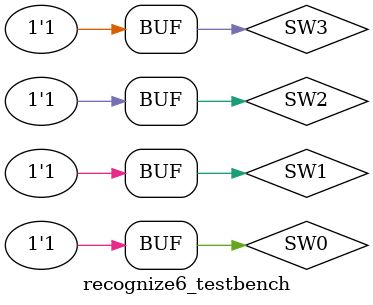
<source format=sv>
module recognize6 (LEDvalue, SW3, SW2, SW1, SW0);
	input SW3, SW2, SW1, SW0;
	output LEDvalue;
	
	assign LEDvalue = SW2*SW1*(~SW3)*(~SW0);
endmodule

module recognize6_testbench();
	reg SW3, SW2, SW1, SW0;
	wire LEDvalue;
	
	recognize6 dut (.LEDvalue, .SW3, .SW2, .SW1, .SW0);
	
	initial begin
		SW3=0; SW2=0; SW1=0; SW0=0; #10;
		SW3=0; SW2=0; SW1=0; SW0=1; #10;
		SW3=0; SW2=0; SW1=1; SW0=0; #10;
		SW3=0; SW2=0; SW1=1; SW0=1; #10;
		SW3=0; SW2=1; SW1=0; SW0=0; #10;
		SW3=0; SW2=1; SW1=0; SW0=1; #10;
		SW3=0; SW2=1; SW1=1; SW0=0; #10;
		SW3=0; SW2=1; SW1=1; SW0=1; #10;
		SW3=1; SW2=0; SW1=0; SW0=0; #10;
		SW3=1; SW2=0; SW1=0; SW0=1; #10;
		SW3=1; SW2=0; SW1=1; SW0=0; #10;
		SW3=1; SW2=0; SW1=1; SW0=1; #10;
		SW3=1; SW2=1; SW1=0; SW0=0; #10;
		SW3=1; SW2=1; SW1=0; SW0=1; #10;
		SW3=1; SW2=1; SW1=1; SW0=0; #10;
		SW3=1; SW2=1; SW1=1; SW0=1; #10;
	end
endmodule

</source>
